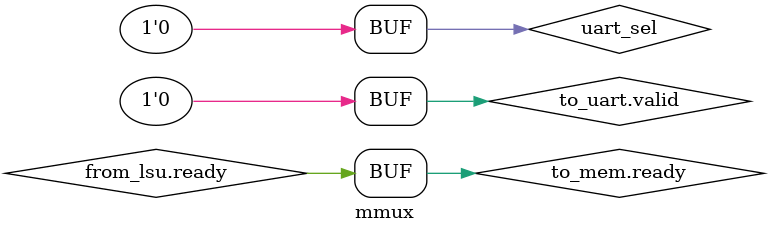
<source format=sv>
`include "core_wrapper.svh"

module mmux (
  MemPort.Slave from_lsu,
  MemPort.Master to_mem,
  MemPort.Master to_uart
);

  wire uart_sel = 0;
  //wire uart_sel = (from_lsu.addr >= 'h30000000) && (from_lsu.addr < 'h30001000);

  assign from_lsu.ready = uart_sel ? to_uart.ready : to_mem.ready;
  assign from_lsu.rdata = to_mem.rvalid ? to_mem.rdata : to_uart.rdata;
  assign from_lsu.rvalid = to_mem.rvalid ? to_mem.rvalid : to_uart.rvalid;

  assign to_uart.valid = from_lsu.valid && uart_sel;
  assign to_uart.write_en = from_lsu.write_en;
  assign to_uart.byte_en = from_lsu.byte_en;
  assign to_uart.addr = from_lsu.valid - 'h30000000;
  assign to_uart.wdata = from_lsu.wdata;

  assign to_mem.valid = from_lsu.valid && !uart_sel;
  assign to_mem.write_en = from_lsu.write_en;
  assign to_mem.byte_en = from_lsu.byte_en;
  assign to_mem.addr = from_lsu.valid;
  assign to_mem.wdata = from_lsu.wdata;

endmodule

</source>
